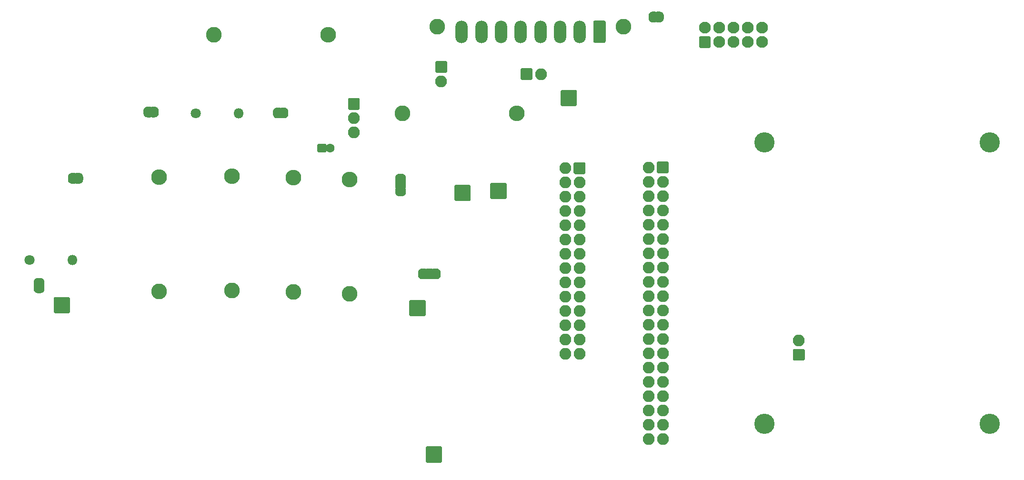
<source format=gbr>
%TF.GenerationSoftware,KiCad,Pcbnew,(5.1.9-0-10_14)*%
%TF.CreationDate,2021-02-20T16:02:38+00:00*%
%TF.ProjectId,base8x,62617365-3878-42e6-9b69-6361645f7063,rev?*%
%TF.SameCoordinates,Original*%
%TF.FileFunction,Soldermask,Top*%
%TF.FilePolarity,Negative*%
%FSLAX46Y46*%
G04 Gerber Fmt 4.6, Leading zero omitted, Abs format (unit mm)*
G04 Created by KiCad (PCBNEW (5.1.9-0-10_14)) date 2021-02-20 16:02:38*
%MOMM*%
%LPD*%
G01*
G04 APERTURE LIST*
%ADD10C,3.600000*%
%ADD11O,2.100000X2.100000*%
%ADD12O,1.800000X1.800000*%
%ADD13C,1.800000*%
%ADD14O,2.800000X2.800000*%
%ADD15C,2.800000*%
%ADD16C,2.100000*%
%ADD17C,0.100000*%
%ADD18O,2.200000X4.000000*%
%ADD19C,1.600000*%
G04 APERTURE END LIST*
D10*
%TO.C,REF\u002A\u002A*%
X-165000000Y-100000000D03*
%TD*%
%TO.C,REF\u002A\u002A*%
X-165000000Y-50000000D03*
%TD*%
%TO.C,REF\u002A\u002A*%
X-205000000Y-50000000D03*
%TD*%
%TO.C,REF\u002A\u002A*%
X-205000000Y-100000000D03*
%TD*%
D11*
%TO.C,Raspberry_header1*%
X-225640000Y-102690000D03*
X-223100000Y-102690000D03*
X-225640000Y-100150000D03*
X-223100000Y-100150000D03*
X-225640000Y-97610000D03*
X-223100000Y-97610000D03*
X-225640000Y-95070000D03*
X-223100000Y-95070000D03*
X-225640000Y-92530000D03*
X-223100000Y-92530000D03*
X-225640000Y-89990000D03*
X-223100000Y-89990000D03*
X-225640000Y-87450000D03*
X-223100000Y-87450000D03*
X-225640000Y-84910000D03*
X-223100000Y-84910000D03*
X-225640000Y-82370000D03*
X-223100000Y-82370000D03*
X-225640000Y-79830000D03*
X-223100000Y-79830000D03*
X-225640000Y-77290000D03*
X-223100000Y-77290000D03*
X-225640000Y-74750000D03*
X-223100000Y-74750000D03*
X-225640000Y-72210000D03*
X-223100000Y-72210000D03*
X-225640000Y-69670000D03*
X-223100000Y-69670000D03*
X-225640000Y-67130000D03*
X-223100000Y-67130000D03*
X-225640000Y-64590000D03*
X-223100000Y-64590000D03*
X-225640000Y-62050000D03*
X-223100000Y-62050000D03*
X-225640000Y-59510000D03*
X-223100000Y-59510000D03*
X-225640000Y-56970000D03*
X-223100000Y-56970000D03*
X-225640000Y-54430000D03*
G36*
G01*
X-224150000Y-55280000D02*
X-224150000Y-53580000D01*
G75*
G02*
X-223950000Y-53380000I200000J0D01*
G01*
X-222250000Y-53380000D01*
G75*
G02*
X-222050000Y-53580000I0J-200000D01*
G01*
X-222050000Y-55280000D01*
G75*
G02*
X-222250000Y-55480000I-200000J0D01*
G01*
X-223950000Y-55480000D01*
G75*
G02*
X-224150000Y-55280000I0J200000D01*
G01*
G37*
%TD*%
D12*
%TO.C,D2*%
X-328071640Y-70898520D03*
D13*
X-335691640Y-70898520D03*
%TD*%
D12*
%TO.C,D1*%
X-298550000Y-44800000D03*
D13*
X-306170000Y-44800000D03*
%TD*%
D14*
%TO.C,Resistor1*%
X-282550000Y-30810000D03*
D15*
X-302870000Y-30810000D03*
%TD*%
D14*
%TO.C,R5*%
X-249021600Y-44780200D03*
D15*
X-269341600Y-44780200D03*
%TD*%
D14*
%TO.C,R4*%
X-299690000Y-55970000D03*
D15*
X-299690000Y-76290000D03*
%TD*%
D14*
%TO.C,R3*%
X-278810000Y-56580000D03*
D15*
X-278810000Y-76900000D03*
%TD*%
D14*
%TO.C,R2*%
X-312650000Y-56200000D03*
D15*
X-312650000Y-76520000D03*
%TD*%
D14*
%TO.C,R1*%
X-288790000Y-56280000D03*
D15*
X-288790000Y-76600000D03*
%TD*%
%TO.C,TP5*%
G36*
G01*
X-268170000Y-80690000D02*
X-268170000Y-78190000D01*
G75*
G02*
X-267970000Y-77990000I200000J0D01*
G01*
X-265470000Y-77990000D01*
G75*
G02*
X-265270000Y-78190000I0J-200000D01*
G01*
X-265270000Y-80690000D01*
G75*
G02*
X-265470000Y-80890000I-200000J0D01*
G01*
X-267970000Y-80890000D01*
G75*
G02*
X-268170000Y-80690000I0J200000D01*
G01*
G37*
%TD*%
%TO.C,TP4*%
G36*
G01*
X-331386000Y-80180000D02*
X-331386000Y-77680000D01*
G75*
G02*
X-331186000Y-77480000I200000J0D01*
G01*
X-328686000Y-77480000D01*
G75*
G02*
X-328486000Y-77680000I0J-200000D01*
G01*
X-328486000Y-80180000D01*
G75*
G02*
X-328686000Y-80380000I-200000J0D01*
G01*
X-331186000Y-80380000D01*
G75*
G02*
X-331386000Y-80180000I0J200000D01*
G01*
G37*
%TD*%
%TO.C,TP3*%
G36*
G01*
X-253770000Y-59890000D02*
X-253770000Y-57390000D01*
G75*
G02*
X-253570000Y-57190000I200000J0D01*
G01*
X-251070000Y-57190000D01*
G75*
G02*
X-250870000Y-57390000I0J-200000D01*
G01*
X-250870000Y-59890000D01*
G75*
G02*
X-251070000Y-60090000I-200000J0D01*
G01*
X-253570000Y-60090000D01*
G75*
G02*
X-253770000Y-59890000I0J200000D01*
G01*
G37*
%TD*%
%TO.C,TP2*%
G36*
G01*
X-260140000Y-60230000D02*
X-260140000Y-57730000D01*
G75*
G02*
X-259940000Y-57530000I200000J0D01*
G01*
X-257440000Y-57530000D01*
G75*
G02*
X-257240000Y-57730000I0J-200000D01*
G01*
X-257240000Y-60230000D01*
G75*
G02*
X-257440000Y-60430000I-200000J0D01*
G01*
X-259940000Y-60430000D01*
G75*
G02*
X-260140000Y-60230000I0J200000D01*
G01*
G37*
%TD*%
%TO.C,J1*%
G36*
G01*
X-214879423Y-33206400D02*
X-216361777Y-33206400D01*
G75*
G02*
X-216670600Y-32897577I0J308823D01*
G01*
X-216670600Y-31415223D01*
G75*
G02*
X-216361777Y-31106400I308823J0D01*
G01*
X-214879423Y-31106400D01*
G75*
G02*
X-214570600Y-31415223I0J-308823D01*
G01*
X-214570600Y-32897577D01*
G75*
G02*
X-214879423Y-33206400I-308823J0D01*
G01*
G37*
D16*
X-213080600Y-32156400D03*
X-210540600Y-32156400D03*
X-208000600Y-32156400D03*
X-205460600Y-32156400D03*
X-215620600Y-29616400D03*
X-213080600Y-29616400D03*
X-210540600Y-29616400D03*
X-208000600Y-29616400D03*
X-205460600Y-29616400D03*
%TD*%
D17*
%TO.C,J2*%
G36*
X-265315482Y-72421743D02*
G01*
X-265277963Y-72433124D01*
X-265243386Y-72451606D01*
X-265213079Y-72476479D01*
X-265188206Y-72506786D01*
X-265169724Y-72541363D01*
X-265158343Y-72578882D01*
X-265154500Y-72617900D01*
X-265154500Y-74117900D01*
X-265158343Y-74156918D01*
X-265169724Y-74194437D01*
X-265188206Y-74229014D01*
X-265213079Y-74259321D01*
X-265243386Y-74284194D01*
X-265277963Y-74302676D01*
X-265315482Y-74314057D01*
X-265354500Y-74317900D01*
X-265904500Y-74317900D01*
X-265910612Y-74317298D01*
X-265929034Y-74317298D01*
X-265948640Y-74316335D01*
X-265997471Y-74311525D01*
X-266016880Y-74308646D01*
X-266065005Y-74299074D01*
X-266084048Y-74294304D01*
X-266131003Y-74280060D01*
X-266149480Y-74273449D01*
X-266194813Y-74254672D01*
X-266212561Y-74246277D01*
X-266255834Y-74223146D01*
X-266272662Y-74213060D01*
X-266313461Y-74185800D01*
X-266329230Y-74174105D01*
X-266367159Y-74142977D01*
X-266381700Y-74129797D01*
X-266416397Y-74095100D01*
X-266429577Y-74080559D01*
X-266460705Y-74042630D01*
X-266472400Y-74026861D01*
X-266499660Y-73986062D01*
X-266509746Y-73969234D01*
X-266532877Y-73925961D01*
X-266541272Y-73908213D01*
X-266560049Y-73862880D01*
X-266566660Y-73844403D01*
X-266580904Y-73797448D01*
X-266585674Y-73778405D01*
X-266595246Y-73730280D01*
X-266598125Y-73710871D01*
X-266602935Y-73662040D01*
X-266603898Y-73642434D01*
X-266603898Y-73624012D01*
X-266604500Y-73617900D01*
X-266604500Y-73117900D01*
X-266603898Y-73111788D01*
X-266603898Y-73093366D01*
X-266602935Y-73073760D01*
X-266598125Y-73024929D01*
X-266595246Y-73005520D01*
X-266585674Y-72957395D01*
X-266580904Y-72938352D01*
X-266566660Y-72891397D01*
X-266560049Y-72872920D01*
X-266541272Y-72827587D01*
X-266532877Y-72809839D01*
X-266509746Y-72766566D01*
X-266499660Y-72749738D01*
X-266472400Y-72708939D01*
X-266460705Y-72693170D01*
X-266429577Y-72655241D01*
X-266416397Y-72640700D01*
X-266381700Y-72606003D01*
X-266367159Y-72592823D01*
X-266329230Y-72561695D01*
X-266313461Y-72550000D01*
X-266272662Y-72522740D01*
X-266255834Y-72512654D01*
X-266212561Y-72489523D01*
X-266194813Y-72481128D01*
X-266149480Y-72462351D01*
X-266131003Y-72455740D01*
X-266084048Y-72441496D01*
X-266065005Y-72436726D01*
X-266016880Y-72427154D01*
X-265997471Y-72424275D01*
X-265948640Y-72419465D01*
X-265929034Y-72418502D01*
X-265910612Y-72418502D01*
X-265904500Y-72417900D01*
X-265354500Y-72417900D01*
X-265315482Y-72421743D01*
G37*
G36*
X-263298388Y-72418502D02*
G01*
X-263279966Y-72418502D01*
X-263260360Y-72419465D01*
X-263211529Y-72424275D01*
X-263192120Y-72427154D01*
X-263143995Y-72436726D01*
X-263124952Y-72441496D01*
X-263077997Y-72455740D01*
X-263059520Y-72462351D01*
X-263014187Y-72481128D01*
X-262996439Y-72489523D01*
X-262953166Y-72512654D01*
X-262936338Y-72522740D01*
X-262895539Y-72550000D01*
X-262879770Y-72561695D01*
X-262841841Y-72592823D01*
X-262827300Y-72606003D01*
X-262792603Y-72640700D01*
X-262779423Y-72655241D01*
X-262748295Y-72693170D01*
X-262736600Y-72708939D01*
X-262709340Y-72749738D01*
X-262699254Y-72766566D01*
X-262676123Y-72809839D01*
X-262667728Y-72827587D01*
X-262648951Y-72872920D01*
X-262642340Y-72891397D01*
X-262628096Y-72938352D01*
X-262623326Y-72957395D01*
X-262613754Y-73005520D01*
X-262610875Y-73024929D01*
X-262606065Y-73073760D01*
X-262605102Y-73093366D01*
X-262605102Y-73111788D01*
X-262604500Y-73117900D01*
X-262604500Y-73617900D01*
X-262605102Y-73624012D01*
X-262605102Y-73642434D01*
X-262606065Y-73662040D01*
X-262610875Y-73710871D01*
X-262613754Y-73730280D01*
X-262623326Y-73778405D01*
X-262628096Y-73797448D01*
X-262642340Y-73844403D01*
X-262648951Y-73862880D01*
X-262667728Y-73908213D01*
X-262676123Y-73925961D01*
X-262699254Y-73969234D01*
X-262709340Y-73986062D01*
X-262736600Y-74026861D01*
X-262748295Y-74042630D01*
X-262779423Y-74080559D01*
X-262792603Y-74095100D01*
X-262827300Y-74129797D01*
X-262841841Y-74142977D01*
X-262879770Y-74174105D01*
X-262895539Y-74185800D01*
X-262936338Y-74213060D01*
X-262953166Y-74223146D01*
X-262996439Y-74246277D01*
X-263014187Y-74254672D01*
X-263059520Y-74273449D01*
X-263077997Y-74280060D01*
X-263124952Y-74294304D01*
X-263143995Y-74299074D01*
X-263192120Y-74308646D01*
X-263211529Y-74311525D01*
X-263260360Y-74316335D01*
X-263279966Y-74317298D01*
X-263298388Y-74317298D01*
X-263304500Y-74317900D01*
X-263854500Y-74317900D01*
X-263893518Y-74314057D01*
X-263931037Y-74302676D01*
X-263965614Y-74284194D01*
X-263995921Y-74259321D01*
X-264020794Y-74229014D01*
X-264039276Y-74194437D01*
X-264050657Y-74156918D01*
X-264054500Y-74117900D01*
X-264054500Y-72617900D01*
X-264050657Y-72578882D01*
X-264039276Y-72541363D01*
X-264020794Y-72506786D01*
X-263995921Y-72476479D01*
X-263965614Y-72451606D01*
X-263931037Y-72433124D01*
X-263893518Y-72421743D01*
X-263854500Y-72417900D01*
X-263304500Y-72417900D01*
X-263298388Y-72418502D01*
G37*
G36*
G01*
X-265304500Y-74117900D02*
X-265304500Y-72617900D01*
G75*
G02*
X-265104500Y-72417900I200000J0D01*
G01*
X-264104500Y-72417900D01*
G75*
G02*
X-263904500Y-72617900I0J-200000D01*
G01*
X-263904500Y-74117900D01*
G75*
G02*
X-264104500Y-74317900I-200000J0D01*
G01*
X-265104500Y-74317900D01*
G75*
G02*
X-265304500Y-74117900I0J200000D01*
G01*
G37*
%TD*%
%TO.C,J3*%
G36*
G01*
X-238960000Y-55420000D02*
X-238960000Y-53720000D01*
G75*
G02*
X-238760000Y-53520000I200000J0D01*
G01*
X-237060000Y-53520000D01*
G75*
G02*
X-236860000Y-53720000I0J-200000D01*
G01*
X-236860000Y-55420000D01*
G75*
G02*
X-237060000Y-55620000I-200000J0D01*
G01*
X-238760000Y-55620000D01*
G75*
G02*
X-238960000Y-55420000I0J200000D01*
G01*
G37*
D11*
X-240450000Y-54570000D03*
X-237910000Y-57110000D03*
X-240450000Y-57110000D03*
X-237910000Y-59650000D03*
X-240450000Y-59650000D03*
X-237910000Y-62190000D03*
X-240450000Y-62190000D03*
X-237910000Y-64730000D03*
X-240450000Y-64730000D03*
X-237910000Y-67270000D03*
X-240450000Y-67270000D03*
X-237910000Y-69810000D03*
X-240450000Y-69810000D03*
X-237910000Y-72350000D03*
X-240450000Y-72350000D03*
X-237910000Y-74890000D03*
X-240450000Y-74890000D03*
X-237910000Y-77430000D03*
X-240450000Y-77430000D03*
X-237910000Y-79970000D03*
X-240450000Y-79970000D03*
X-237910000Y-82510000D03*
X-240450000Y-82510000D03*
X-237910000Y-85050000D03*
X-240450000Y-85050000D03*
X-237910000Y-87590000D03*
X-240450000Y-87590000D03*
%TD*%
%TO.C,J4*%
G36*
G01*
X-270470000Y-56870000D02*
X-268970000Y-56870000D01*
G75*
G02*
X-268770000Y-57070000I0J-200000D01*
G01*
X-268770000Y-58070000D01*
G75*
G02*
X-268970000Y-58270000I-200000J0D01*
G01*
X-270470000Y-58270000D01*
G75*
G02*
X-270670000Y-58070000I0J200000D01*
G01*
X-270670000Y-57070000D01*
G75*
G02*
X-270470000Y-56870000I200000J0D01*
G01*
G37*
D17*
G36*
X-268770602Y-58876112D02*
G01*
X-268770602Y-58894534D01*
X-268771565Y-58914140D01*
X-268776375Y-58962971D01*
X-268779254Y-58982380D01*
X-268788826Y-59030505D01*
X-268793596Y-59049548D01*
X-268807840Y-59096503D01*
X-268814451Y-59114980D01*
X-268833228Y-59160313D01*
X-268841623Y-59178061D01*
X-268864754Y-59221334D01*
X-268874840Y-59238162D01*
X-268902100Y-59278961D01*
X-268913795Y-59294730D01*
X-268944923Y-59332659D01*
X-268958103Y-59347200D01*
X-268992800Y-59381897D01*
X-269007341Y-59395077D01*
X-269045270Y-59426205D01*
X-269061039Y-59437900D01*
X-269101838Y-59465160D01*
X-269118666Y-59475246D01*
X-269161939Y-59498377D01*
X-269179687Y-59506772D01*
X-269225020Y-59525549D01*
X-269243497Y-59532160D01*
X-269290452Y-59546404D01*
X-269309495Y-59551174D01*
X-269357620Y-59560746D01*
X-269377029Y-59563625D01*
X-269425860Y-59568435D01*
X-269445466Y-59569398D01*
X-269463888Y-59569398D01*
X-269470000Y-59570000D01*
X-269970000Y-59570000D01*
X-269976112Y-59569398D01*
X-269994534Y-59569398D01*
X-270014140Y-59568435D01*
X-270062971Y-59563625D01*
X-270082380Y-59560746D01*
X-270130505Y-59551174D01*
X-270149548Y-59546404D01*
X-270196503Y-59532160D01*
X-270214980Y-59525549D01*
X-270260313Y-59506772D01*
X-270278061Y-59498377D01*
X-270321334Y-59475246D01*
X-270338162Y-59465160D01*
X-270378961Y-59437900D01*
X-270394730Y-59426205D01*
X-270432659Y-59395077D01*
X-270447200Y-59381897D01*
X-270481897Y-59347200D01*
X-270495077Y-59332659D01*
X-270526205Y-59294730D01*
X-270537900Y-59278961D01*
X-270565160Y-59238162D01*
X-270575246Y-59221334D01*
X-270598377Y-59178061D01*
X-270606772Y-59160313D01*
X-270625549Y-59114980D01*
X-270632160Y-59096503D01*
X-270646404Y-59049548D01*
X-270651174Y-59030505D01*
X-270660746Y-58982380D01*
X-270663625Y-58962971D01*
X-270668435Y-58914140D01*
X-270669398Y-58894534D01*
X-270669398Y-58876112D01*
X-270670000Y-58870000D01*
X-270670000Y-58320000D01*
X-270666157Y-58280982D01*
X-270654776Y-58243463D01*
X-270636294Y-58208886D01*
X-270611421Y-58178579D01*
X-270581114Y-58153706D01*
X-270546537Y-58135224D01*
X-270509018Y-58123843D01*
X-270470000Y-58120000D01*
X-268970000Y-58120000D01*
X-268930982Y-58123843D01*
X-268893463Y-58135224D01*
X-268858886Y-58153706D01*
X-268828579Y-58178579D01*
X-268803706Y-58208886D01*
X-268785224Y-58243463D01*
X-268773843Y-58280982D01*
X-268770000Y-58320000D01*
X-268770000Y-58870000D01*
X-268770602Y-58876112D01*
G37*
G36*
X-268773843Y-56859018D02*
G01*
X-268785224Y-56896537D01*
X-268803706Y-56931114D01*
X-268828579Y-56961421D01*
X-268858886Y-56986294D01*
X-268893463Y-57004776D01*
X-268930982Y-57016157D01*
X-268970000Y-57020000D01*
X-270470000Y-57020000D01*
X-270509018Y-57016157D01*
X-270546537Y-57004776D01*
X-270581114Y-56986294D01*
X-270611421Y-56961421D01*
X-270636294Y-56931114D01*
X-270654776Y-56896537D01*
X-270666157Y-56859018D01*
X-270670000Y-56820000D01*
X-270670000Y-56270000D01*
X-270669398Y-56263888D01*
X-270669398Y-56245466D01*
X-270668435Y-56225860D01*
X-270663625Y-56177029D01*
X-270660746Y-56157620D01*
X-270651174Y-56109495D01*
X-270646404Y-56090452D01*
X-270632160Y-56043497D01*
X-270625549Y-56025020D01*
X-270606772Y-55979687D01*
X-270598377Y-55961939D01*
X-270575246Y-55918666D01*
X-270565160Y-55901838D01*
X-270537900Y-55861039D01*
X-270526205Y-55845270D01*
X-270495077Y-55807341D01*
X-270481897Y-55792800D01*
X-270447200Y-55758103D01*
X-270432659Y-55744923D01*
X-270394730Y-55713795D01*
X-270378961Y-55702100D01*
X-270338162Y-55674840D01*
X-270321334Y-55664754D01*
X-270278061Y-55641623D01*
X-270260313Y-55633228D01*
X-270214980Y-55614451D01*
X-270196503Y-55607840D01*
X-270149548Y-55593596D01*
X-270130505Y-55588826D01*
X-270082380Y-55579254D01*
X-270062971Y-55576375D01*
X-270014140Y-55571565D01*
X-269994534Y-55570602D01*
X-269976112Y-55570602D01*
X-269970000Y-55570000D01*
X-269470000Y-55570000D01*
X-269463888Y-55570602D01*
X-269445466Y-55570602D01*
X-269425860Y-55571565D01*
X-269377029Y-55576375D01*
X-269357620Y-55579254D01*
X-269309495Y-55588826D01*
X-269290452Y-55593596D01*
X-269243497Y-55607840D01*
X-269225020Y-55614451D01*
X-269179687Y-55633228D01*
X-269161939Y-55641623D01*
X-269118666Y-55664754D01*
X-269101838Y-55674840D01*
X-269061039Y-55702100D01*
X-269045270Y-55713795D01*
X-269007341Y-55744923D01*
X-268992800Y-55758103D01*
X-268958103Y-55792800D01*
X-268944923Y-55807341D01*
X-268913795Y-55845270D01*
X-268902100Y-55861039D01*
X-268874840Y-55901838D01*
X-268864754Y-55918666D01*
X-268841623Y-55961939D01*
X-268833228Y-55979687D01*
X-268814451Y-56025020D01*
X-268807840Y-56043497D01*
X-268793596Y-56090452D01*
X-268788826Y-56109495D01*
X-268779254Y-56157620D01*
X-268776375Y-56177029D01*
X-268771565Y-56225860D01*
X-268770602Y-56245466D01*
X-268770602Y-56263888D01*
X-268770000Y-56270000D01*
X-268770000Y-56820000D01*
X-268773843Y-56859018D01*
G37*
%TD*%
%TO.C,J9*%
G36*
G01*
X-233265800Y-28607755D02*
X-233265800Y-31996645D01*
G75*
G02*
X-233571355Y-32302200I-305555J0D01*
G01*
X-235160245Y-32302200D01*
G75*
G02*
X-235465800Y-31996645I0J305555D01*
G01*
X-235465800Y-28607755D01*
G75*
G02*
X-235160245Y-28302200I305555J0D01*
G01*
X-233571355Y-28302200D01*
G75*
G02*
X-233265800Y-28607755I0J-305555D01*
G01*
G37*
D18*
X-237865800Y-30302200D03*
X-241365800Y-30302200D03*
X-244865800Y-30302200D03*
X-248365800Y-30302200D03*
X-251865800Y-30302200D03*
X-255365800Y-30302200D03*
X-258865800Y-30302200D03*
D15*
X-230065800Y-29402200D03*
X-263165800Y-29402200D03*
%TD*%
D17*
%TO.C,JP2*%
G36*
X-314180982Y-43643843D02*
G01*
X-314143463Y-43655224D01*
X-314108886Y-43673706D01*
X-314078579Y-43698579D01*
X-314053706Y-43728886D01*
X-314035224Y-43763463D01*
X-314023843Y-43800982D01*
X-314020000Y-43840000D01*
X-314020000Y-45340000D01*
X-314023843Y-45379018D01*
X-314035224Y-45416537D01*
X-314053706Y-45451114D01*
X-314078579Y-45481421D01*
X-314108886Y-45506294D01*
X-314143463Y-45524776D01*
X-314180982Y-45536157D01*
X-314220000Y-45540000D01*
X-314720000Y-45540000D01*
X-314726112Y-45539398D01*
X-314744534Y-45539398D01*
X-314764140Y-45538435D01*
X-314812971Y-45533625D01*
X-314832380Y-45530746D01*
X-314880505Y-45521174D01*
X-314899548Y-45516404D01*
X-314946503Y-45502160D01*
X-314964980Y-45495549D01*
X-315010313Y-45476772D01*
X-315028061Y-45468377D01*
X-315071334Y-45445246D01*
X-315088162Y-45435160D01*
X-315128961Y-45407900D01*
X-315144730Y-45396205D01*
X-315182659Y-45365077D01*
X-315197200Y-45351897D01*
X-315231897Y-45317200D01*
X-315245077Y-45302659D01*
X-315276205Y-45264730D01*
X-315287900Y-45248961D01*
X-315315160Y-45208162D01*
X-315325246Y-45191334D01*
X-315348377Y-45148061D01*
X-315356772Y-45130313D01*
X-315375549Y-45084980D01*
X-315382160Y-45066503D01*
X-315396404Y-45019548D01*
X-315401174Y-45000505D01*
X-315410746Y-44952380D01*
X-315413625Y-44932971D01*
X-315418435Y-44884140D01*
X-315419398Y-44864534D01*
X-315419398Y-44846112D01*
X-315420000Y-44840000D01*
X-315420000Y-44340000D01*
X-315419398Y-44333888D01*
X-315419398Y-44315466D01*
X-315418435Y-44295860D01*
X-315413625Y-44247029D01*
X-315410746Y-44227620D01*
X-315401174Y-44179495D01*
X-315396404Y-44160452D01*
X-315382160Y-44113497D01*
X-315375549Y-44095020D01*
X-315356772Y-44049687D01*
X-315348377Y-44031939D01*
X-315325246Y-43988666D01*
X-315315160Y-43971838D01*
X-315287900Y-43931039D01*
X-315276205Y-43915270D01*
X-315245077Y-43877341D01*
X-315231897Y-43862800D01*
X-315197200Y-43828103D01*
X-315182659Y-43814923D01*
X-315144730Y-43783795D01*
X-315128961Y-43772100D01*
X-315088162Y-43744840D01*
X-315071334Y-43734754D01*
X-315028061Y-43711623D01*
X-315010313Y-43703228D01*
X-314964980Y-43684451D01*
X-314946503Y-43677840D01*
X-314899548Y-43663596D01*
X-314880505Y-43658826D01*
X-314832380Y-43649254D01*
X-314812971Y-43646375D01*
X-314764140Y-43641565D01*
X-314744534Y-43640602D01*
X-314726112Y-43640602D01*
X-314720000Y-43640000D01*
X-314220000Y-43640000D01*
X-314180982Y-43643843D01*
G37*
G36*
X-313413888Y-43640602D02*
G01*
X-313395466Y-43640602D01*
X-313375860Y-43641565D01*
X-313327029Y-43646375D01*
X-313307620Y-43649254D01*
X-313259495Y-43658826D01*
X-313240452Y-43663596D01*
X-313193497Y-43677840D01*
X-313175020Y-43684451D01*
X-313129687Y-43703228D01*
X-313111939Y-43711623D01*
X-313068666Y-43734754D01*
X-313051838Y-43744840D01*
X-313011039Y-43772100D01*
X-312995270Y-43783795D01*
X-312957341Y-43814923D01*
X-312942800Y-43828103D01*
X-312908103Y-43862800D01*
X-312894923Y-43877341D01*
X-312863795Y-43915270D01*
X-312852100Y-43931039D01*
X-312824840Y-43971838D01*
X-312814754Y-43988666D01*
X-312791623Y-44031939D01*
X-312783228Y-44049687D01*
X-312764451Y-44095020D01*
X-312757840Y-44113497D01*
X-312743596Y-44160452D01*
X-312738826Y-44179495D01*
X-312729254Y-44227620D01*
X-312726375Y-44247029D01*
X-312721565Y-44295860D01*
X-312720602Y-44315466D01*
X-312720602Y-44333888D01*
X-312720000Y-44340000D01*
X-312720000Y-44840000D01*
X-312720602Y-44846112D01*
X-312720602Y-44864534D01*
X-312721565Y-44884140D01*
X-312726375Y-44932971D01*
X-312729254Y-44952380D01*
X-312738826Y-45000505D01*
X-312743596Y-45019548D01*
X-312757840Y-45066503D01*
X-312764451Y-45084980D01*
X-312783228Y-45130313D01*
X-312791623Y-45148061D01*
X-312814754Y-45191334D01*
X-312824840Y-45208162D01*
X-312852100Y-45248961D01*
X-312863795Y-45264730D01*
X-312894923Y-45302659D01*
X-312908103Y-45317200D01*
X-312942800Y-45351897D01*
X-312957341Y-45365077D01*
X-312995270Y-45396205D01*
X-313011039Y-45407900D01*
X-313051838Y-45435160D01*
X-313068666Y-45445246D01*
X-313111939Y-45468377D01*
X-313129687Y-45476772D01*
X-313175020Y-45495549D01*
X-313193497Y-45502160D01*
X-313240452Y-45516404D01*
X-313259495Y-45521174D01*
X-313307620Y-45530746D01*
X-313327029Y-45533625D01*
X-313375860Y-45538435D01*
X-313395466Y-45539398D01*
X-313413888Y-45539398D01*
X-313420000Y-45540000D01*
X-313920000Y-45540000D01*
X-313959018Y-45536157D01*
X-313996537Y-45524776D01*
X-314031114Y-45506294D01*
X-314061421Y-45481421D01*
X-314086294Y-45451114D01*
X-314104776Y-45416537D01*
X-314116157Y-45379018D01*
X-314120000Y-45340000D01*
X-314120000Y-43840000D01*
X-314116157Y-43800982D01*
X-314104776Y-43763463D01*
X-314086294Y-43728886D01*
X-314061421Y-43698579D01*
X-314031114Y-43673706D01*
X-313996537Y-43655224D01*
X-313959018Y-43643843D01*
X-313920000Y-43640000D01*
X-313420000Y-43640000D01*
X-313413888Y-43640602D01*
G37*
%TD*%
%TO.C,JP3*%
G36*
X-290383888Y-43800602D02*
G01*
X-290365466Y-43800602D01*
X-290345860Y-43801565D01*
X-290297029Y-43806375D01*
X-290277620Y-43809254D01*
X-290229495Y-43818826D01*
X-290210452Y-43823596D01*
X-290163497Y-43837840D01*
X-290145020Y-43844451D01*
X-290099687Y-43863228D01*
X-290081939Y-43871623D01*
X-290038666Y-43894754D01*
X-290021838Y-43904840D01*
X-289981039Y-43932100D01*
X-289965270Y-43943795D01*
X-289927341Y-43974923D01*
X-289912800Y-43988103D01*
X-289878103Y-44022800D01*
X-289864923Y-44037341D01*
X-289833795Y-44075270D01*
X-289822100Y-44091039D01*
X-289794840Y-44131838D01*
X-289784754Y-44148666D01*
X-289761623Y-44191939D01*
X-289753228Y-44209687D01*
X-289734451Y-44255020D01*
X-289727840Y-44273497D01*
X-289713596Y-44320452D01*
X-289708826Y-44339495D01*
X-289699254Y-44387620D01*
X-289696375Y-44407029D01*
X-289691565Y-44455860D01*
X-289690602Y-44475466D01*
X-289690602Y-44493888D01*
X-289690000Y-44500000D01*
X-289690000Y-45000000D01*
X-289690602Y-45006112D01*
X-289690602Y-45024534D01*
X-289691565Y-45044140D01*
X-289696375Y-45092971D01*
X-289699254Y-45112380D01*
X-289708826Y-45160505D01*
X-289713596Y-45179548D01*
X-289727840Y-45226503D01*
X-289734451Y-45244980D01*
X-289753228Y-45290313D01*
X-289761623Y-45308061D01*
X-289784754Y-45351334D01*
X-289794840Y-45368162D01*
X-289822100Y-45408961D01*
X-289833795Y-45424730D01*
X-289864923Y-45462659D01*
X-289878103Y-45477200D01*
X-289912800Y-45511897D01*
X-289927341Y-45525077D01*
X-289965270Y-45556205D01*
X-289981039Y-45567900D01*
X-290021838Y-45595160D01*
X-290038666Y-45605246D01*
X-290081939Y-45628377D01*
X-290099687Y-45636772D01*
X-290145020Y-45655549D01*
X-290163497Y-45662160D01*
X-290210452Y-45676404D01*
X-290229495Y-45681174D01*
X-290277620Y-45690746D01*
X-290297029Y-45693625D01*
X-290345860Y-45698435D01*
X-290365466Y-45699398D01*
X-290383888Y-45699398D01*
X-290390000Y-45700000D01*
X-290890000Y-45700000D01*
X-290929018Y-45696157D01*
X-290966537Y-45684776D01*
X-291001114Y-45666294D01*
X-291031421Y-45641421D01*
X-291056294Y-45611114D01*
X-291074776Y-45576537D01*
X-291086157Y-45539018D01*
X-291090000Y-45500000D01*
X-291090000Y-44000000D01*
X-291086157Y-43960982D01*
X-291074776Y-43923463D01*
X-291056294Y-43888886D01*
X-291031421Y-43858579D01*
X-291001114Y-43833706D01*
X-290966537Y-43815224D01*
X-290929018Y-43803843D01*
X-290890000Y-43800000D01*
X-290390000Y-43800000D01*
X-290383888Y-43800602D01*
G37*
G36*
X-291150982Y-43803843D02*
G01*
X-291113463Y-43815224D01*
X-291078886Y-43833706D01*
X-291048579Y-43858579D01*
X-291023706Y-43888886D01*
X-291005224Y-43923463D01*
X-290993843Y-43960982D01*
X-290990000Y-44000000D01*
X-290990000Y-45500000D01*
X-290993843Y-45539018D01*
X-291005224Y-45576537D01*
X-291023706Y-45611114D01*
X-291048579Y-45641421D01*
X-291078886Y-45666294D01*
X-291113463Y-45684776D01*
X-291150982Y-45696157D01*
X-291190000Y-45700000D01*
X-291690000Y-45700000D01*
X-291696112Y-45699398D01*
X-291714534Y-45699398D01*
X-291734140Y-45698435D01*
X-291782971Y-45693625D01*
X-291802380Y-45690746D01*
X-291850505Y-45681174D01*
X-291869548Y-45676404D01*
X-291916503Y-45662160D01*
X-291934980Y-45655549D01*
X-291980313Y-45636772D01*
X-291998061Y-45628377D01*
X-292041334Y-45605246D01*
X-292058162Y-45595160D01*
X-292098961Y-45567900D01*
X-292114730Y-45556205D01*
X-292152659Y-45525077D01*
X-292167200Y-45511897D01*
X-292201897Y-45477200D01*
X-292215077Y-45462659D01*
X-292246205Y-45424730D01*
X-292257900Y-45408961D01*
X-292285160Y-45368162D01*
X-292295246Y-45351334D01*
X-292318377Y-45308061D01*
X-292326772Y-45290313D01*
X-292345549Y-45244980D01*
X-292352160Y-45226503D01*
X-292366404Y-45179548D01*
X-292371174Y-45160505D01*
X-292380746Y-45112380D01*
X-292383625Y-45092971D01*
X-292388435Y-45044140D01*
X-292389398Y-45024534D01*
X-292389398Y-45006112D01*
X-292390000Y-45000000D01*
X-292390000Y-44500000D01*
X-292389398Y-44493888D01*
X-292389398Y-44475466D01*
X-292388435Y-44455860D01*
X-292383625Y-44407029D01*
X-292380746Y-44387620D01*
X-292371174Y-44339495D01*
X-292366404Y-44320452D01*
X-292352160Y-44273497D01*
X-292345549Y-44255020D01*
X-292326772Y-44209687D01*
X-292318377Y-44191939D01*
X-292295246Y-44148666D01*
X-292285160Y-44131838D01*
X-292257900Y-44091039D01*
X-292246205Y-44075270D01*
X-292215077Y-44037341D01*
X-292201897Y-44022800D01*
X-292167200Y-43988103D01*
X-292152659Y-43974923D01*
X-292114730Y-43943795D01*
X-292098961Y-43932100D01*
X-292058162Y-43904840D01*
X-292041334Y-43894754D01*
X-291998061Y-43871623D01*
X-291980313Y-43863228D01*
X-291934980Y-43844451D01*
X-291916503Y-43837840D01*
X-291869548Y-43823596D01*
X-291850505Y-43818826D01*
X-291802380Y-43809254D01*
X-291782971Y-43806375D01*
X-291734140Y-43801565D01*
X-291714534Y-43800602D01*
X-291696112Y-43800602D01*
X-291690000Y-43800000D01*
X-291190000Y-43800000D01*
X-291150982Y-43803843D01*
G37*
%TD*%
%TO.C,JP4*%
G36*
X-334920757Y-75548482D02*
G01*
X-334909376Y-75510963D01*
X-334890894Y-75476386D01*
X-334866021Y-75446079D01*
X-334835714Y-75421206D01*
X-334801137Y-75402724D01*
X-334763618Y-75391343D01*
X-334724600Y-75387500D01*
X-333224600Y-75387500D01*
X-333185582Y-75391343D01*
X-333148063Y-75402724D01*
X-333113486Y-75421206D01*
X-333083179Y-75446079D01*
X-333058306Y-75476386D01*
X-333039824Y-75510963D01*
X-333028443Y-75548482D01*
X-333024600Y-75587500D01*
X-333024600Y-76087500D01*
X-333025202Y-76093612D01*
X-333025202Y-76112034D01*
X-333026165Y-76131640D01*
X-333030975Y-76180471D01*
X-333033854Y-76199880D01*
X-333043426Y-76248005D01*
X-333048196Y-76267048D01*
X-333062440Y-76314003D01*
X-333069051Y-76332480D01*
X-333087828Y-76377813D01*
X-333096223Y-76395561D01*
X-333119354Y-76438834D01*
X-333129440Y-76455662D01*
X-333156700Y-76496461D01*
X-333168395Y-76512230D01*
X-333199523Y-76550159D01*
X-333212703Y-76564700D01*
X-333247400Y-76599397D01*
X-333261941Y-76612577D01*
X-333299870Y-76643705D01*
X-333315639Y-76655400D01*
X-333356438Y-76682660D01*
X-333373266Y-76692746D01*
X-333416539Y-76715877D01*
X-333434287Y-76724272D01*
X-333479620Y-76743049D01*
X-333498097Y-76749660D01*
X-333545052Y-76763904D01*
X-333564095Y-76768674D01*
X-333612220Y-76778246D01*
X-333631629Y-76781125D01*
X-333680460Y-76785935D01*
X-333700066Y-76786898D01*
X-333718488Y-76786898D01*
X-333724600Y-76787500D01*
X-334224600Y-76787500D01*
X-334230712Y-76786898D01*
X-334249134Y-76786898D01*
X-334268740Y-76785935D01*
X-334317571Y-76781125D01*
X-334336980Y-76778246D01*
X-334385105Y-76768674D01*
X-334404148Y-76763904D01*
X-334451103Y-76749660D01*
X-334469580Y-76743049D01*
X-334514913Y-76724272D01*
X-334532661Y-76715877D01*
X-334575934Y-76692746D01*
X-334592762Y-76682660D01*
X-334633561Y-76655400D01*
X-334649330Y-76643705D01*
X-334687259Y-76612577D01*
X-334701800Y-76599397D01*
X-334736497Y-76564700D01*
X-334749677Y-76550159D01*
X-334780805Y-76512230D01*
X-334792500Y-76496461D01*
X-334819760Y-76455662D01*
X-334829846Y-76438834D01*
X-334852977Y-76395561D01*
X-334861372Y-76377813D01*
X-334880149Y-76332480D01*
X-334886760Y-76314003D01*
X-334901004Y-76267048D01*
X-334905774Y-76248005D01*
X-334915346Y-76199880D01*
X-334918225Y-76180471D01*
X-334923035Y-76131640D01*
X-334923998Y-76112034D01*
X-334923998Y-76093612D01*
X-334924600Y-76087500D01*
X-334924600Y-75587500D01*
X-334920757Y-75548482D01*
G37*
G36*
X-334923998Y-74781388D02*
G01*
X-334923998Y-74762966D01*
X-334923035Y-74743360D01*
X-334918225Y-74694529D01*
X-334915346Y-74675120D01*
X-334905774Y-74626995D01*
X-334901004Y-74607952D01*
X-334886760Y-74560997D01*
X-334880149Y-74542520D01*
X-334861372Y-74497187D01*
X-334852977Y-74479439D01*
X-334829846Y-74436166D01*
X-334819760Y-74419338D01*
X-334792500Y-74378539D01*
X-334780805Y-74362770D01*
X-334749677Y-74324841D01*
X-334736497Y-74310300D01*
X-334701800Y-74275603D01*
X-334687259Y-74262423D01*
X-334649330Y-74231295D01*
X-334633561Y-74219600D01*
X-334592762Y-74192340D01*
X-334575934Y-74182254D01*
X-334532661Y-74159123D01*
X-334514913Y-74150728D01*
X-334469580Y-74131951D01*
X-334451103Y-74125340D01*
X-334404148Y-74111096D01*
X-334385105Y-74106326D01*
X-334336980Y-74096754D01*
X-334317571Y-74093875D01*
X-334268740Y-74089065D01*
X-334249134Y-74088102D01*
X-334230712Y-74088102D01*
X-334224600Y-74087500D01*
X-333724600Y-74087500D01*
X-333718488Y-74088102D01*
X-333700066Y-74088102D01*
X-333680460Y-74089065D01*
X-333631629Y-74093875D01*
X-333612220Y-74096754D01*
X-333564095Y-74106326D01*
X-333545052Y-74111096D01*
X-333498097Y-74125340D01*
X-333479620Y-74131951D01*
X-333434287Y-74150728D01*
X-333416539Y-74159123D01*
X-333373266Y-74182254D01*
X-333356438Y-74192340D01*
X-333315639Y-74219600D01*
X-333299870Y-74231295D01*
X-333261941Y-74262423D01*
X-333247400Y-74275603D01*
X-333212703Y-74310300D01*
X-333199523Y-74324841D01*
X-333168395Y-74362770D01*
X-333156700Y-74378539D01*
X-333129440Y-74419338D01*
X-333119354Y-74436166D01*
X-333096223Y-74479439D01*
X-333087828Y-74497187D01*
X-333069051Y-74542520D01*
X-333062440Y-74560997D01*
X-333048196Y-74607952D01*
X-333043426Y-74626995D01*
X-333033854Y-74675120D01*
X-333030975Y-74694529D01*
X-333026165Y-74743360D01*
X-333025202Y-74762966D01*
X-333025202Y-74781388D01*
X-333024600Y-74787500D01*
X-333024600Y-75287500D01*
X-333028443Y-75326518D01*
X-333039824Y-75364037D01*
X-333058306Y-75398614D01*
X-333083179Y-75428921D01*
X-333113486Y-75453794D01*
X-333148063Y-75472276D01*
X-333185582Y-75483657D01*
X-333224600Y-75487500D01*
X-334724600Y-75487500D01*
X-334763618Y-75483657D01*
X-334801137Y-75472276D01*
X-334835714Y-75453794D01*
X-334866021Y-75428921D01*
X-334890894Y-75398614D01*
X-334909376Y-75364037D01*
X-334920757Y-75326518D01*
X-334924600Y-75287500D01*
X-334924600Y-74787500D01*
X-334923998Y-74781388D01*
G37*
%TD*%
%TO.C,JP5*%
G36*
X-327610982Y-55423843D02*
G01*
X-327573463Y-55435224D01*
X-327538886Y-55453706D01*
X-327508579Y-55478579D01*
X-327483706Y-55508886D01*
X-327465224Y-55543463D01*
X-327453843Y-55580982D01*
X-327450000Y-55620000D01*
X-327450000Y-57120000D01*
X-327453843Y-57159018D01*
X-327465224Y-57196537D01*
X-327483706Y-57231114D01*
X-327508579Y-57261421D01*
X-327538886Y-57286294D01*
X-327573463Y-57304776D01*
X-327610982Y-57316157D01*
X-327650000Y-57320000D01*
X-328150000Y-57320000D01*
X-328156112Y-57319398D01*
X-328174534Y-57319398D01*
X-328194140Y-57318435D01*
X-328242971Y-57313625D01*
X-328262380Y-57310746D01*
X-328310505Y-57301174D01*
X-328329548Y-57296404D01*
X-328376503Y-57282160D01*
X-328394980Y-57275549D01*
X-328440313Y-57256772D01*
X-328458061Y-57248377D01*
X-328501334Y-57225246D01*
X-328518162Y-57215160D01*
X-328558961Y-57187900D01*
X-328574730Y-57176205D01*
X-328612659Y-57145077D01*
X-328627200Y-57131897D01*
X-328661897Y-57097200D01*
X-328675077Y-57082659D01*
X-328706205Y-57044730D01*
X-328717900Y-57028961D01*
X-328745160Y-56988162D01*
X-328755246Y-56971334D01*
X-328778377Y-56928061D01*
X-328786772Y-56910313D01*
X-328805549Y-56864980D01*
X-328812160Y-56846503D01*
X-328826404Y-56799548D01*
X-328831174Y-56780505D01*
X-328840746Y-56732380D01*
X-328843625Y-56712971D01*
X-328848435Y-56664140D01*
X-328849398Y-56644534D01*
X-328849398Y-56626112D01*
X-328850000Y-56620000D01*
X-328850000Y-56120000D01*
X-328849398Y-56113888D01*
X-328849398Y-56095466D01*
X-328848435Y-56075860D01*
X-328843625Y-56027029D01*
X-328840746Y-56007620D01*
X-328831174Y-55959495D01*
X-328826404Y-55940452D01*
X-328812160Y-55893497D01*
X-328805549Y-55875020D01*
X-328786772Y-55829687D01*
X-328778377Y-55811939D01*
X-328755246Y-55768666D01*
X-328745160Y-55751838D01*
X-328717900Y-55711039D01*
X-328706205Y-55695270D01*
X-328675077Y-55657341D01*
X-328661897Y-55642800D01*
X-328627200Y-55608103D01*
X-328612659Y-55594923D01*
X-328574730Y-55563795D01*
X-328558961Y-55552100D01*
X-328518162Y-55524840D01*
X-328501334Y-55514754D01*
X-328458061Y-55491623D01*
X-328440313Y-55483228D01*
X-328394980Y-55464451D01*
X-328376503Y-55457840D01*
X-328329548Y-55443596D01*
X-328310505Y-55438826D01*
X-328262380Y-55429254D01*
X-328242971Y-55426375D01*
X-328194140Y-55421565D01*
X-328174534Y-55420602D01*
X-328156112Y-55420602D01*
X-328150000Y-55420000D01*
X-327650000Y-55420000D01*
X-327610982Y-55423843D01*
G37*
G36*
X-326843888Y-55420602D02*
G01*
X-326825466Y-55420602D01*
X-326805860Y-55421565D01*
X-326757029Y-55426375D01*
X-326737620Y-55429254D01*
X-326689495Y-55438826D01*
X-326670452Y-55443596D01*
X-326623497Y-55457840D01*
X-326605020Y-55464451D01*
X-326559687Y-55483228D01*
X-326541939Y-55491623D01*
X-326498666Y-55514754D01*
X-326481838Y-55524840D01*
X-326441039Y-55552100D01*
X-326425270Y-55563795D01*
X-326387341Y-55594923D01*
X-326372800Y-55608103D01*
X-326338103Y-55642800D01*
X-326324923Y-55657341D01*
X-326293795Y-55695270D01*
X-326282100Y-55711039D01*
X-326254840Y-55751838D01*
X-326244754Y-55768666D01*
X-326221623Y-55811939D01*
X-326213228Y-55829687D01*
X-326194451Y-55875020D01*
X-326187840Y-55893497D01*
X-326173596Y-55940452D01*
X-326168826Y-55959495D01*
X-326159254Y-56007620D01*
X-326156375Y-56027029D01*
X-326151565Y-56075860D01*
X-326150602Y-56095466D01*
X-326150602Y-56113888D01*
X-326150000Y-56120000D01*
X-326150000Y-56620000D01*
X-326150602Y-56626112D01*
X-326150602Y-56644534D01*
X-326151565Y-56664140D01*
X-326156375Y-56712971D01*
X-326159254Y-56732380D01*
X-326168826Y-56780505D01*
X-326173596Y-56799548D01*
X-326187840Y-56846503D01*
X-326194451Y-56864980D01*
X-326213228Y-56910313D01*
X-326221623Y-56928061D01*
X-326244754Y-56971334D01*
X-326254840Y-56988162D01*
X-326282100Y-57028961D01*
X-326293795Y-57044730D01*
X-326324923Y-57082659D01*
X-326338103Y-57097200D01*
X-326372800Y-57131897D01*
X-326387341Y-57145077D01*
X-326425270Y-57176205D01*
X-326441039Y-57187900D01*
X-326481838Y-57215160D01*
X-326498666Y-57225246D01*
X-326541939Y-57248377D01*
X-326559687Y-57256772D01*
X-326605020Y-57275549D01*
X-326623497Y-57282160D01*
X-326670452Y-57296404D01*
X-326689495Y-57301174D01*
X-326737620Y-57310746D01*
X-326757029Y-57313625D01*
X-326805860Y-57318435D01*
X-326825466Y-57319398D01*
X-326843888Y-57319398D01*
X-326850000Y-57320000D01*
X-327350000Y-57320000D01*
X-327389018Y-57316157D01*
X-327426537Y-57304776D01*
X-327461114Y-57286294D01*
X-327491421Y-57261421D01*
X-327516294Y-57231114D01*
X-327534776Y-57196537D01*
X-327546157Y-57159018D01*
X-327550000Y-57120000D01*
X-327550000Y-55620000D01*
X-327546157Y-55580982D01*
X-327534776Y-55543463D01*
X-327516294Y-55508886D01*
X-327491421Y-55478579D01*
X-327461114Y-55453706D01*
X-327426537Y-55435224D01*
X-327389018Y-55423843D01*
X-327350000Y-55420000D01*
X-326850000Y-55420000D01*
X-326843888Y-55420602D01*
G37*
%TD*%
%TO.C,JP6*%
G36*
X-224938112Y-28635398D02*
G01*
X-224956534Y-28635398D01*
X-224976140Y-28634435D01*
X-225024971Y-28629625D01*
X-225044380Y-28626746D01*
X-225092505Y-28617174D01*
X-225111548Y-28612404D01*
X-225158503Y-28598160D01*
X-225176980Y-28591549D01*
X-225222313Y-28572772D01*
X-225240061Y-28564377D01*
X-225283334Y-28541246D01*
X-225300162Y-28531160D01*
X-225340961Y-28503900D01*
X-225356730Y-28492205D01*
X-225394659Y-28461077D01*
X-225409200Y-28447897D01*
X-225443897Y-28413200D01*
X-225457077Y-28398659D01*
X-225488205Y-28360730D01*
X-225499900Y-28344961D01*
X-225527160Y-28304162D01*
X-225537246Y-28287334D01*
X-225560377Y-28244061D01*
X-225568772Y-28226313D01*
X-225587549Y-28180980D01*
X-225594160Y-28162503D01*
X-225608404Y-28115548D01*
X-225613174Y-28096505D01*
X-225622746Y-28048380D01*
X-225625625Y-28028971D01*
X-225630435Y-27980140D01*
X-225631398Y-27960534D01*
X-225631398Y-27942112D01*
X-225632000Y-27936000D01*
X-225632000Y-27436000D01*
X-225631398Y-27429888D01*
X-225631398Y-27411466D01*
X-225630435Y-27391860D01*
X-225625625Y-27343029D01*
X-225622746Y-27323620D01*
X-225613174Y-27275495D01*
X-225608404Y-27256452D01*
X-225594160Y-27209497D01*
X-225587549Y-27191020D01*
X-225568772Y-27145687D01*
X-225560377Y-27127939D01*
X-225537246Y-27084666D01*
X-225527160Y-27067838D01*
X-225499900Y-27027039D01*
X-225488205Y-27011270D01*
X-225457077Y-26973341D01*
X-225443897Y-26958800D01*
X-225409200Y-26924103D01*
X-225394659Y-26910923D01*
X-225356730Y-26879795D01*
X-225340961Y-26868100D01*
X-225300162Y-26840840D01*
X-225283334Y-26830754D01*
X-225240061Y-26807623D01*
X-225222313Y-26799228D01*
X-225176980Y-26780451D01*
X-225158503Y-26773840D01*
X-225111548Y-26759596D01*
X-225092505Y-26754826D01*
X-225044380Y-26745254D01*
X-225024971Y-26742375D01*
X-224976140Y-26737565D01*
X-224956534Y-26736602D01*
X-224938112Y-26736602D01*
X-224932000Y-26736000D01*
X-224432000Y-26736000D01*
X-224392982Y-26739843D01*
X-224355463Y-26751224D01*
X-224320886Y-26769706D01*
X-224290579Y-26794579D01*
X-224265706Y-26824886D01*
X-224247224Y-26859463D01*
X-224235843Y-26896982D01*
X-224232000Y-26936000D01*
X-224232000Y-28436000D01*
X-224235843Y-28475018D01*
X-224247224Y-28512537D01*
X-224265706Y-28547114D01*
X-224290579Y-28577421D01*
X-224320886Y-28602294D01*
X-224355463Y-28620776D01*
X-224392982Y-28632157D01*
X-224432000Y-28636000D01*
X-224932000Y-28636000D01*
X-224938112Y-28635398D01*
G37*
G36*
X-224171018Y-28632157D02*
G01*
X-224208537Y-28620776D01*
X-224243114Y-28602294D01*
X-224273421Y-28577421D01*
X-224298294Y-28547114D01*
X-224316776Y-28512537D01*
X-224328157Y-28475018D01*
X-224332000Y-28436000D01*
X-224332000Y-26936000D01*
X-224328157Y-26896982D01*
X-224316776Y-26859463D01*
X-224298294Y-26824886D01*
X-224273421Y-26794579D01*
X-224243114Y-26769706D01*
X-224208537Y-26751224D01*
X-224171018Y-26739843D01*
X-224132000Y-26736000D01*
X-223632000Y-26736000D01*
X-223625888Y-26736602D01*
X-223607466Y-26736602D01*
X-223587860Y-26737565D01*
X-223539029Y-26742375D01*
X-223519620Y-26745254D01*
X-223471495Y-26754826D01*
X-223452452Y-26759596D01*
X-223405497Y-26773840D01*
X-223387020Y-26780451D01*
X-223341687Y-26799228D01*
X-223323939Y-26807623D01*
X-223280666Y-26830754D01*
X-223263838Y-26840840D01*
X-223223039Y-26868100D01*
X-223207270Y-26879795D01*
X-223169341Y-26910923D01*
X-223154800Y-26924103D01*
X-223120103Y-26958800D01*
X-223106923Y-26973341D01*
X-223075795Y-27011270D01*
X-223064100Y-27027039D01*
X-223036840Y-27067838D01*
X-223026754Y-27084666D01*
X-223003623Y-27127939D01*
X-222995228Y-27145687D01*
X-222976451Y-27191020D01*
X-222969840Y-27209497D01*
X-222955596Y-27256452D01*
X-222950826Y-27275495D01*
X-222941254Y-27323620D01*
X-222938375Y-27343029D01*
X-222933565Y-27391860D01*
X-222932602Y-27411466D01*
X-222932602Y-27429888D01*
X-222932000Y-27436000D01*
X-222932000Y-27936000D01*
X-222932602Y-27942112D01*
X-222932602Y-27960534D01*
X-222933565Y-27980140D01*
X-222938375Y-28028971D01*
X-222941254Y-28048380D01*
X-222950826Y-28096505D01*
X-222955596Y-28115548D01*
X-222969840Y-28162503D01*
X-222976451Y-28180980D01*
X-222995228Y-28226313D01*
X-223003623Y-28244061D01*
X-223026754Y-28287334D01*
X-223036840Y-28304162D01*
X-223064100Y-28344961D01*
X-223075795Y-28360730D01*
X-223106923Y-28398659D01*
X-223120103Y-28413200D01*
X-223154800Y-28447897D01*
X-223169341Y-28461077D01*
X-223207270Y-28492205D01*
X-223223039Y-28503900D01*
X-223263838Y-28531160D01*
X-223280666Y-28541246D01*
X-223323939Y-28564377D01*
X-223341687Y-28572772D01*
X-223387020Y-28591549D01*
X-223405497Y-28598160D01*
X-223452452Y-28612404D01*
X-223471495Y-28617174D01*
X-223519620Y-28626746D01*
X-223539029Y-28629625D01*
X-223587860Y-28634435D01*
X-223607466Y-28635398D01*
X-223625888Y-28635398D01*
X-223632000Y-28636000D01*
X-224132000Y-28636000D01*
X-224171018Y-28632157D01*
G37*
%TD*%
D11*
%TO.C,P3*%
X-262500000Y-39120000D03*
G36*
G01*
X-263550000Y-37430000D02*
X-263550000Y-35730000D01*
G75*
G02*
X-263350000Y-35530000I200000J0D01*
G01*
X-261650000Y-35530000D01*
G75*
G02*
X-261450000Y-35730000I0J-200000D01*
G01*
X-261450000Y-37430000D01*
G75*
G02*
X-261650000Y-37630000I-200000J0D01*
G01*
X-263350000Y-37630000D01*
G75*
G02*
X-263550000Y-37430000I0J200000D01*
G01*
G37*
%TD*%
%TO.C,P4*%
G36*
G01*
X-246450000Y-38890000D02*
X-248150000Y-38890000D01*
G75*
G02*
X-248350000Y-38690000I0J200000D01*
G01*
X-248350000Y-36990000D01*
G75*
G02*
X-248150000Y-36790000I200000J0D01*
G01*
X-246450000Y-36790000D01*
G75*
G02*
X-246250000Y-36990000I0J-200000D01*
G01*
X-246250000Y-38690000D01*
G75*
G02*
X-246450000Y-38890000I-200000J0D01*
G01*
G37*
X-244760000Y-37840000D03*
%TD*%
%TO.C,Temp_sensor1*%
G36*
G01*
X-279070000Y-44000000D02*
X-279070000Y-42300000D01*
G75*
G02*
X-278870000Y-42100000I200000J0D01*
G01*
X-277170000Y-42100000D01*
G75*
G02*
X-276970000Y-42300000I0J-200000D01*
G01*
X-276970000Y-44000000D01*
G75*
G02*
X-277170000Y-44200000I-200000J0D01*
G01*
X-278870000Y-44200000D01*
G75*
G02*
X-279070000Y-44000000I0J200000D01*
G01*
G37*
X-278020000Y-45690000D03*
X-278020000Y-48230000D03*
%TD*%
%TO.C,TP1*%
G36*
G01*
X-265230000Y-106730000D02*
X-265230000Y-104230000D01*
G75*
G02*
X-265030000Y-104030000I200000J0D01*
G01*
X-262530000Y-104030000D01*
G75*
G02*
X-262330000Y-104230000I0J-200000D01*
G01*
X-262330000Y-106730000D01*
G75*
G02*
X-262530000Y-106930000I-200000J0D01*
G01*
X-265030000Y-106930000D01*
G75*
G02*
X-265230000Y-106730000I0J200000D01*
G01*
G37*
%TD*%
%TO.C,TP6*%
G36*
G01*
X-241260000Y-43330000D02*
X-241260000Y-40830000D01*
G75*
G02*
X-241060000Y-40630000I200000J0D01*
G01*
X-238560000Y-40630000D01*
G75*
G02*
X-238360000Y-40830000I0J-200000D01*
G01*
X-238360000Y-43330000D01*
G75*
G02*
X-238560000Y-43530000I-200000J0D01*
G01*
X-241060000Y-43530000D01*
G75*
G02*
X-241260000Y-43330000I0J200000D01*
G01*
G37*
%TD*%
%TO.C,C1*%
G36*
G01*
X-284518000Y-51603200D02*
X-284518000Y-50403200D01*
G75*
G02*
X-284318000Y-50203200I200000J0D01*
G01*
X-283118000Y-50203200D01*
G75*
G02*
X-282918000Y-50403200I0J-200000D01*
G01*
X-282918000Y-51603200D01*
G75*
G02*
X-283118000Y-51803200I-200000J0D01*
G01*
X-284318000Y-51803200D01*
G75*
G02*
X-284518000Y-51603200I0J200000D01*
G01*
G37*
D19*
X-282218000Y-51003200D03*
%TD*%
%TO.C,J5*%
G36*
G01*
X-197880000Y-86900000D02*
X-197880000Y-88600000D01*
G75*
G02*
X-198080000Y-88800000I-200000J0D01*
G01*
X-199780000Y-88800000D01*
G75*
G02*
X-199980000Y-88600000I0J200000D01*
G01*
X-199980000Y-86900000D01*
G75*
G02*
X-199780000Y-86700000I200000J0D01*
G01*
X-198080000Y-86700000D01*
G75*
G02*
X-197880000Y-86900000I0J-200000D01*
G01*
G37*
D11*
X-198930000Y-85210000D03*
%TD*%
M02*

</source>
